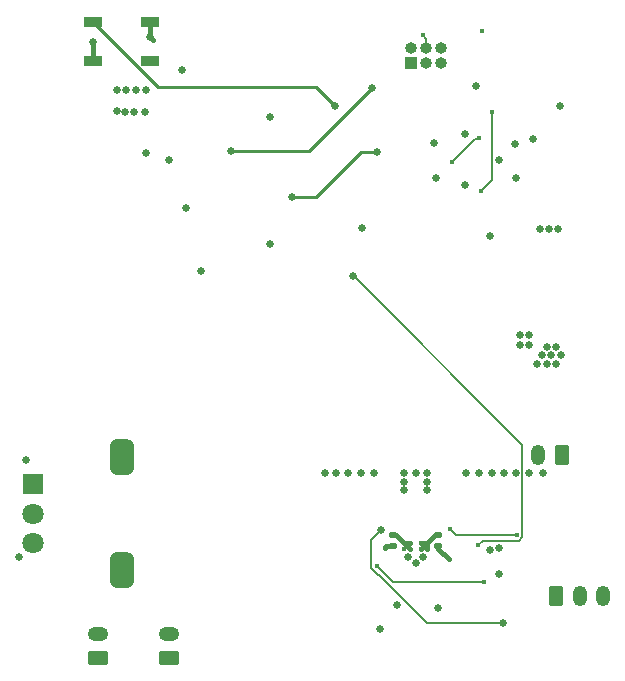
<source format=gbr>
%TF.GenerationSoftware,KiCad,Pcbnew,7.0.6*%
%TF.CreationDate,2024-03-18T22:30:39-04:00*%
%TF.ProjectId,Transmitter,5472616e-736d-4697-9474-65722e6b6963,rev?*%
%TF.SameCoordinates,Original*%
%TF.FileFunction,Copper,L4,Bot*%
%TF.FilePolarity,Positive*%
%FSLAX46Y46*%
G04 Gerber Fmt 4.6, Leading zero omitted, Abs format (unit mm)*
G04 Created by KiCad (PCBNEW 7.0.6) date 2024-03-18 22:30:39*
%MOMM*%
%LPD*%
G01*
G04 APERTURE LIST*
G04 Aperture macros list*
%AMRoundRect*
0 Rectangle with rounded corners*
0 $1 Rounding radius*
0 $2 $3 $4 $5 $6 $7 $8 $9 X,Y pos of 4 corners*
0 Add a 4 corners polygon primitive as box body*
4,1,4,$2,$3,$4,$5,$6,$7,$8,$9,$2,$3,0*
0 Add four circle primitives for the rounded corners*
1,1,$1+$1,$2,$3*
1,1,$1+$1,$4,$5*
1,1,$1+$1,$6,$7*
1,1,$1+$1,$8,$9*
0 Add four rect primitives between the rounded corners*
20,1,$1+$1,$2,$3,$4,$5,0*
20,1,$1+$1,$4,$5,$6,$7,0*
20,1,$1+$1,$6,$7,$8,$9,0*
20,1,$1+$1,$8,$9,$2,$3,0*%
G04 Aperture macros list end*
%TA.AperFunction,ComponentPad*%
%ADD10R,1.000000X1.000000*%
%TD*%
%TA.AperFunction,ComponentPad*%
%ADD11O,1.000000X1.000000*%
%TD*%
%TA.AperFunction,ComponentPad*%
%ADD12RoundRect,0.250000X0.625000X-0.350000X0.625000X0.350000X-0.625000X0.350000X-0.625000X-0.350000X0*%
%TD*%
%TA.AperFunction,ComponentPad*%
%ADD13O,1.750000X1.200000*%
%TD*%
%TA.AperFunction,ComponentPad*%
%ADD14RoundRect,0.250000X-0.350000X-0.625000X0.350000X-0.625000X0.350000X0.625000X-0.350000X0.625000X0*%
%TD*%
%TA.AperFunction,ComponentPad*%
%ADD15O,1.200000X1.750000*%
%TD*%
%TA.AperFunction,ComponentPad*%
%ADD16R,1.800000X1.800000*%
%TD*%
%TA.AperFunction,ComponentPad*%
%ADD17C,1.800000*%
%TD*%
%TA.AperFunction,ComponentPad*%
%ADD18RoundRect,0.500000X-0.500000X-1.000000X0.500000X-1.000000X0.500000X1.000000X-0.500000X1.000000X0*%
%TD*%
%TA.AperFunction,ComponentPad*%
%ADD19RoundRect,0.250000X0.350000X0.625000X-0.350000X0.625000X-0.350000X-0.625000X0.350000X-0.625000X0*%
%TD*%
%TA.AperFunction,SMDPad,CuDef*%
%ADD20RoundRect,0.140000X-0.170000X0.140000X-0.170000X-0.140000X0.170000X-0.140000X0.170000X0.140000X0*%
%TD*%
%TA.AperFunction,SMDPad,CuDef*%
%ADD21RoundRect,0.140000X0.170000X-0.140000X0.170000X0.140000X-0.170000X0.140000X-0.170000X-0.140000X0*%
%TD*%
%TA.AperFunction,SMDPad,CuDef*%
%ADD22R,1.500000X0.900000*%
%TD*%
%TA.AperFunction,ViaPad*%
%ADD23C,0.650000*%
%TD*%
%TA.AperFunction,ViaPad*%
%ADD24C,0.450000*%
%TD*%
%TA.AperFunction,Conductor*%
%ADD25C,0.154000*%
%TD*%
%TA.AperFunction,Conductor*%
%ADD26C,0.450000*%
%TD*%
%TA.AperFunction,Conductor*%
%ADD27C,0.203200*%
%TD*%
%TA.AperFunction,Conductor*%
%ADD28C,0.254000*%
%TD*%
G04 APERTURE END LIST*
D10*
%TO.P,J5,1,Pin_1*%
%TO.N,/ESP_EN*%
X174530000Y-61870000D03*
D11*
%TO.P,J5,2,Pin_2*%
%TO.N,+3.3V*%
X174530000Y-60600000D03*
%TO.P,J5,3,Pin_3*%
%TO.N,/ESP_TX*%
X175800000Y-61870000D03*
%TO.P,J5,4,Pin_4*%
%TO.N,GND*%
X175800000Y-60600000D03*
%TO.P,J5,5,Pin_5*%
%TO.N,/ESP_RX*%
X177070000Y-61870000D03*
%TO.P,J5,6,Pin_6*%
%TO.N,/ESP_IO0*%
X177070000Y-60600000D03*
%TD*%
D12*
%TO.P,J3,1,Pin_1*%
%TO.N,GND*%
X148050000Y-112200000D03*
D13*
%TO.P,J3,2,Pin_2*%
%TO.N,/DN_BTN*%
X148050000Y-110200000D03*
%TD*%
D14*
%TO.P,J4,1,Pin_1*%
%TO.N,GND*%
X186800000Y-107000000D03*
D15*
%TO.P,J4,2,Pin_2*%
%TO.N,unconnected-(J4-Pin_2-Pad2)*%
X188800000Y-107000000D03*
%TO.P,J4,3,Pin_3*%
%TO.N,/BAT+*%
X190800000Y-107000000D03*
%TD*%
D16*
%TO.P,RV1,1,1*%
%TO.N,+3.3V*%
X142520000Y-97500000D03*
D17*
%TO.P,RV1,2,2*%
%TO.N,/POT*%
X142520000Y-100000000D03*
%TO.P,RV1,3,3*%
%TO.N,GND*%
X142520000Y-102500000D03*
D18*
%TO.P,RV1,MP*%
%TO.N,N/C*%
X150020000Y-95250000D03*
X150020000Y-104750000D03*
%TD*%
D12*
%TO.P,J2,1,Pin_1*%
%TO.N,GND*%
X154050000Y-112200000D03*
D13*
%TO.P,J2,2,Pin_2*%
%TO.N,/UP_BTN*%
X154050000Y-110200000D03*
%TD*%
D19*
%TO.P,SW2,1,A*%
%TO.N,/VSYS*%
X187300000Y-95050000D03*
D15*
%TO.P,SW2,2,B*%
%TO.N,Net-(SW2-B)*%
X185300000Y-95050000D03*
%TD*%
D20*
%TO.P,C5,1*%
%TO.N,/SW2*%
X176800000Y-101820000D03*
%TO.P,C5,2*%
%TO.N,/BTST2*%
X176800000Y-102780000D03*
%TD*%
D21*
%TO.P,C4,1*%
%TO.N,/BTST1*%
X173000000Y-102780000D03*
%TO.P,C4,2*%
%TO.N,/SW1*%
X173000000Y-101820000D03*
%TD*%
D22*
%TO.P,D5,1,VDD*%
%TO.N,+3.3V*%
X152450000Y-58350000D03*
%TO.P,D5,2,DOUT*%
%TO.N,unconnected-(D5-DOUT-Pad2)*%
X152450000Y-61650000D03*
%TO.P,D5,3,VSS*%
%TO.N,GND*%
X147550000Y-61650000D03*
%TO.P,D5,4,DIN*%
%TO.N,/ADDRS_LED*%
X147550000Y-58350000D03*
%TD*%
D23*
%TO.N,/VUSB*%
X182000000Y-70100000D03*
%TO.N,/STAT*%
X172000000Y-101400000D03*
X182300000Y-109300000D03*
%TO.N,/VUSB*%
X179100000Y-67900000D03*
X179100000Y-72200000D03*
X184800000Y-68300000D03*
D24*
%TO.N,/BTST1*%
X172300000Y-102900000D03*
%TO.N,/REGN*%
X180700000Y-105800000D03*
X171600000Y-104400000D03*
D23*
%TO.N,GND*%
X185600000Y-86600000D03*
X187200000Y-86600000D03*
X141300000Y-103700000D03*
X169200000Y-96600000D03*
X152100000Y-64100000D03*
X174900000Y-104200000D03*
X167200000Y-96600000D03*
X186000000Y-87300000D03*
X149600000Y-64100000D03*
X171900000Y-109800000D03*
X171400000Y-96600000D03*
X182400000Y-96600000D03*
X187100000Y-65500000D03*
X182000000Y-102900000D03*
X183300000Y-68700000D03*
X150400000Y-64100000D03*
X181200000Y-103100000D03*
X152100000Y-69500000D03*
X147600000Y-60100000D03*
X176800000Y-108000000D03*
X181400000Y-96600000D03*
X185700000Y-96600000D03*
X180050000Y-63800000D03*
X185200000Y-87300000D03*
X184503500Y-96600000D03*
X175500000Y-103700000D03*
X168200000Y-96600000D03*
X186000000Y-85900000D03*
X173300000Y-107700000D03*
X180300000Y-96600000D03*
X174300000Y-103700000D03*
X151200000Y-64100000D03*
X186800000Y-85900000D03*
X179200000Y-96600000D03*
X155100000Y-62400000D03*
X181200000Y-76500000D03*
X174900000Y-96600000D03*
X162600000Y-66400000D03*
X183400500Y-96600000D03*
X170400000Y-75800000D03*
X186400000Y-86600000D03*
X186200000Y-75900000D03*
X170300000Y-96600000D03*
X176600000Y-71600000D03*
X185400000Y-75900000D03*
X182000000Y-105100000D03*
X183400000Y-71600000D03*
D24*
X175500000Y-59500000D03*
D23*
X187000000Y-75900000D03*
X176500000Y-68600000D03*
X186800000Y-87300000D03*
D24*
%TO.N,/BTST2*%
X177703778Y-103884241D03*
%TO.N,/SDRV*%
X183500000Y-101800000D03*
X177800000Y-101300000D03*
%TO.N,/SW2*%
X175900000Y-102500000D03*
X175400000Y-102500000D03*
X175400000Y-103000000D03*
D23*
X175900000Y-98000000D03*
X175900000Y-96600000D03*
D24*
X175900000Y-103000000D03*
D23*
X175900000Y-97300000D03*
D24*
%TO.N,/SW1*%
X173900000Y-103000000D03*
D23*
X173900000Y-97300000D03*
D24*
X174400000Y-102500000D03*
X174400000Y-103000000D03*
D23*
X173900000Y-96600000D03*
D24*
X173900000Y-102500000D03*
X174400000Y-103000000D03*
D23*
X173900000Y-98000000D03*
%TO.N,+3.3V*%
X156700000Y-79500000D03*
X152450000Y-59650000D03*
X152000000Y-66000000D03*
X155500000Y-74100000D03*
X184500000Y-84900000D03*
X184500000Y-85700000D03*
X183700000Y-84900000D03*
X154000000Y-70100000D03*
D24*
X180500000Y-59100000D03*
D23*
X149600000Y-65900000D03*
X183700000Y-85700000D03*
X162600000Y-77200000D03*
X150300000Y-66000000D03*
X141900000Y-95500000D03*
X151100000Y-66000000D03*
%TO.N,/ESP_EN*%
X171200000Y-64000000D03*
X159300000Y-69300000D03*
%TO.N,/ADDRS_LED*%
X168100000Y-65500000D03*
%TO.N,/ESP_IO0*%
X164400000Y-73200000D03*
X171600000Y-69400000D03*
D24*
%TO.N,/D-*%
X180300000Y-68200000D03*
X178000000Y-70251500D03*
%TO.N,/BC_INT*%
X180200000Y-102700000D03*
D23*
X169600000Y-79900000D03*
D24*
%TO.N,Net-(J1-CC2)*%
X180422395Y-72701500D03*
X181400000Y-66000000D03*
%TD*%
D25*
%TO.N,Net-(J1-CC2)*%
X181400000Y-71723895D02*
X181400000Y-66000000D01*
X180422395Y-72701500D02*
X181400000Y-71723895D01*
%TO.N,/STAT*%
X175900000Y-109300000D02*
X182300000Y-109300000D01*
X172000000Y-101400000D02*
X171148000Y-102252000D01*
X171800000Y-105200000D02*
X175900000Y-109300000D01*
X171148000Y-102252000D02*
X171148000Y-104648000D01*
X171148000Y-104648000D02*
X171700000Y-105200000D01*
X171700000Y-105200000D02*
X171800000Y-105200000D01*
D26*
%TO.N,/BTST1*%
X173000000Y-102780000D02*
X172420000Y-102780000D01*
X172420000Y-102780000D02*
X172300000Y-102900000D01*
D27*
%TO.N,/REGN*%
X173000000Y-105800000D02*
X171600000Y-104400000D01*
X180700000Y-105800000D02*
X173000000Y-105800000D01*
D26*
%TO.N,GND*%
X147550000Y-60150000D02*
X147600000Y-60100000D01*
D25*
X175800000Y-59800000D02*
X175500000Y-59500000D01*
D26*
X147550000Y-61650000D02*
X147550000Y-60150000D01*
D25*
X175800000Y-60600000D02*
X175800000Y-59800000D01*
D26*
%TO.N,/BTST2*%
X177703778Y-103884241D02*
X176800000Y-102980463D01*
X176800000Y-102980463D02*
X176800000Y-102780000D01*
D27*
%TO.N,/SDRV*%
X178300000Y-101800000D02*
X183500000Y-101800000D01*
X177800000Y-101300000D02*
X178300000Y-101800000D01*
D26*
%TO.N,/SW2*%
X175900000Y-103000000D02*
X175900000Y-102500000D01*
X176580000Y-101820000D02*
X175400000Y-103000000D01*
X176800000Y-101820000D02*
X176580000Y-101820000D01*
X175400000Y-102500000D02*
X175900000Y-102500000D01*
%TO.N,/SW1*%
X173000000Y-101820000D02*
X173220000Y-101820000D01*
X173900000Y-102500000D02*
X174400000Y-103000000D01*
X173900000Y-102500000D02*
X174400000Y-102500000D01*
X173220000Y-101820000D02*
X173900000Y-102500000D01*
%TO.N,+3.3V*%
X152450000Y-58350000D02*
X152450000Y-59650000D01*
X152700000Y-59900000D02*
X152450000Y-59650000D01*
D28*
%TO.N,/ESP_EN*%
X165900000Y-69300000D02*
X171200000Y-64000000D01*
X159300000Y-69300000D02*
X165900000Y-69300000D01*
%TO.N,/ADDRS_LED*%
X166500000Y-63900000D02*
X153100000Y-63900000D01*
X168100000Y-65500000D02*
X166500000Y-63900000D01*
X153100000Y-63900000D02*
X147550000Y-58350000D01*
%TO.N,/ESP_IO0*%
X171600000Y-69400000D02*
X170300000Y-69400000D01*
X166500000Y-73200000D02*
X164400000Y-73200000D01*
X170300000Y-69400000D02*
X166500000Y-73200000D01*
D25*
%TO.N,/D-*%
X179951500Y-68300000D02*
X180200000Y-68300000D01*
X178000000Y-70251500D02*
X179951500Y-68300000D01*
X180200000Y-68300000D02*
X180300000Y-68200000D01*
%TO.N,/BC_INT*%
X169600000Y-79900000D02*
X169700000Y-79900000D01*
X169700000Y-79900000D02*
X183952000Y-94152000D01*
X180600000Y-102300000D02*
X180200000Y-102700000D01*
X183952000Y-101987225D02*
X183639225Y-102300000D01*
X183952000Y-94152000D02*
X183952000Y-101987225D01*
X183639225Y-102300000D02*
X180600000Y-102300000D01*
%TD*%
M02*

</source>
